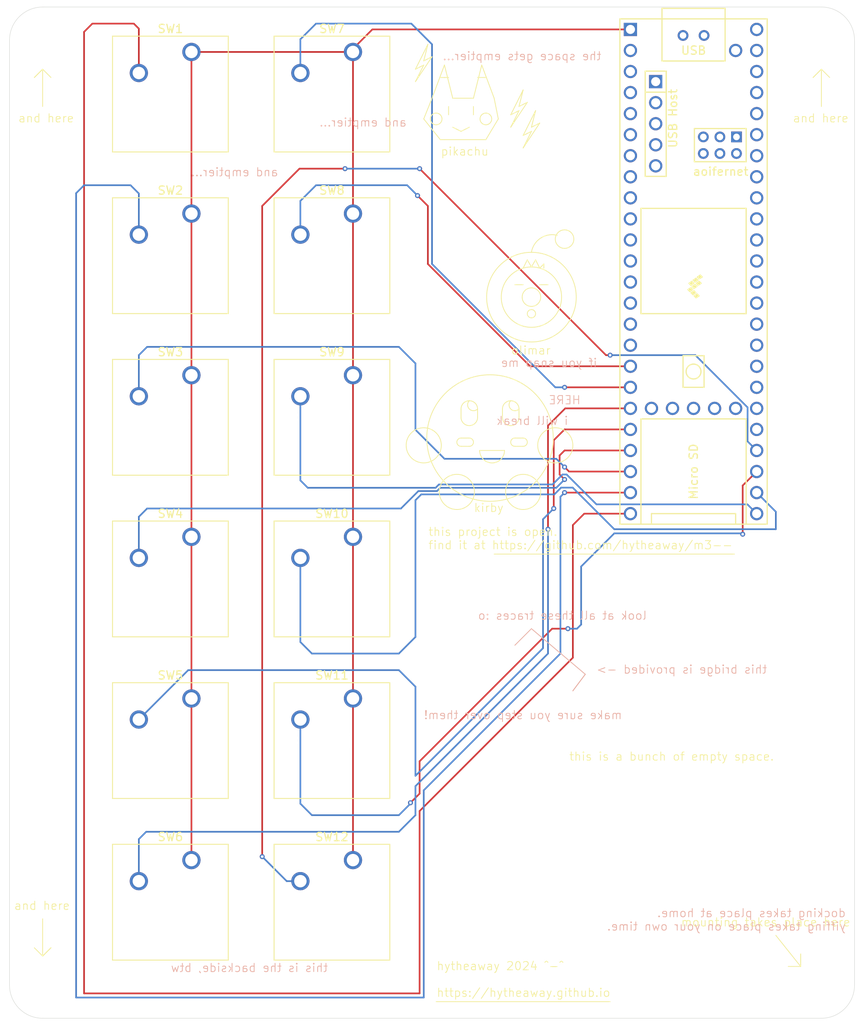
<source format=kicad_pcb>
(kicad_pcb (version 20240108) (generator "pcbnew") (generator_version "8.0")
  (layers (0 "F.Cu" signal) (31 "B.Cu" signal) (34 "B.Paste" user) (35 "F.Paste" user) (36 "B.SilkS" user "B.Silkscreen") (37 "F.SilkS" user "F.Silkscreen") (38 "B.Mask" user) (39 "F.Mask" user) (44 "Edge.Cuts" user))
  (net 0 "")
  (net 1 "MCLK")
  (net 2 "MEMCS")
  (net 3 "VOL_A1")
  (net 4 "SDCS")
  (net 5 "LRCLK")
  (net 6 "MOSI")
  (net 7 "DOUT")
  (net 8 "DIN")
  (net 9 "MISO")
  (net 10 "SCL")
  (net 11 "SCK")
  (net 12 "SDA")
  (net 13 "BCLK")
  (net 14 "GND")
  (net 15 "BUTTON_1")
  (net 16 "BUTTON_2")
  (net 17 "BUTTON_3")
  (net 18 "BUTTON_4")
  (net 19 "BUTTON_5")
  (net 20 "BUTTON_6")
  (net 21 "BUTTON_7")
  (net 22 "BUTTON_8")
  (net 23 "BUTTON_UP")
  (net 24 "BUTTON_DOWN")
  (net 25 "BUTTON_LEFT")
  (net 26 "BUTTON_RIGHT")
  (net 30 "+3.3V")
  (footprint "Button_Switch_Keyboard:SW_Cherry_MX_1.00u_PCB" (layer "F.Cu") (at 129.46 116.92)
    (property "Reference" "SW12" (at -2.54 -2.794 0) (layer "F.SilkS"))
    (property "Value" "SW_Push")
    (pad "" np_thru_hole circle (at -7.62 5.08) (size 1.7 1.7) (drill 1.7) (layers "*.Cu" "*.Mask"))
    (pad "" np_thru_hole circle (at -2.54 5.08) (size 4 4) (drill 4) (layers "*.Cu" "*.Mask"))
    (pad "" np_thru_hole circle (at 2.54 5.08) (size 1.7 1.7) (drill 1.7) (layers "*.Cu" "*.Mask"))
    (pad "1" thru_hole circle (at 0 0) (size 2.2 2.2) (drill 1.5) (layers "*.Cu" "*.Mask") (net 14 "GND"))
    (pad "2" thru_hole circle (at -6.35 2.54) (size 2.2 2.2) (drill 1.5) (layers "*.Cu" "*.Mask") (net 26 "BUTTON_RIGHT"))
  )
  (footprint "Button_Switch_Keyboard:SW_Cherry_MX_1.00u_PCB" (layer "F.Cu") (at 129.46 77.92)
    (property "Reference" "SW10" (at -2.54 -2.794 0) (layer "F.SilkS"))
    (property "Value" "SW_Push")
    (pad "" np_thru_hole circle (at -7.62 5.08) (size 1.7 1.7) (drill 1.7) (layers "*.Cu" "*.Mask"))
    (pad "" np_thru_hole circle (at -2.54 5.08) (size 4 4) (drill 4) (layers "*.Cu" "*.Mask"))
    (pad "" np_thru_hole circle (at 2.54 5.08) (size 1.7 1.7) (drill 1.7) (layers "*.Cu" "*.Mask"))
    (pad "1" thru_hole circle (at 0 0) (size 2.2 2.2) (drill 1.5) (layers "*.Cu" "*.Mask") (net 14 "GND"))
    (pad "2" thru_hole circle (at -6.35 2.54) (size 2.2 2.2) (drill 1.5) (layers "*.Cu" "*.Mask") (net 24 "BUTTON_DOWN"))
  )
  (footprint "Button_Switch_Keyboard:SW_Cherry_MX_1.00u_PCB" (layer "F.Cu") (at 129.46 58.42)
    (property "Reference" "SW9" (at -2.54 -2.794 0) (layer "F.SilkS"))
    (property "Value" "SW_Push")
    (pad "" np_thru_hole circle (at -7.62 5.08) (size 1.7 1.7) (drill 1.7) (layers "*.Cu" "*.Mask"))
    (pad "" np_thru_hole circle (at -2.54 5.08) (size 4 4) (drill 4) (layers "*.Cu" "*.Mask"))
    (pad "" np_thru_hole circle (at 2.54 5.08) (size 1.7 1.7) (drill 1.7) (layers "*.Cu" "*.Mask"))
    (pad "1" thru_hole circle (at 0 0) (size 2.2 2.2) (drill 1.5) (layers "*.Cu" "*.Mask") (net 14 "GND"))
    (pad "2" thru_hole circle (at -6.35 2.54) (size 2.2 2.2) (drill 1.5) (layers "*.Cu" "*.Mask") (net 23 "BUTTON_UP"))
  )
  (footprint "Button_Switch_Keyboard:SW_Cherry_MX_1.00u_PCB" (layer "F.Cu") (at 109.96 38.92)
    (property "Reference" "SW2" (at -2.54 -2.794 0) (layer "F.SilkS"))
    (property "Value" "SW_Push")
    (pad "" np_thru_hole circle (at -7.62 5.08) (size 1.7 1.7) (drill 1.7) (layers "*.Cu" "*.Mask"))
    (pad "" np_thru_hole circle (at -2.54 5.08) (size 4 4) (drill 4) (layers "*.Cu" "*.Mask"))
    (pad "" np_thru_hole circle (at 2.54 5.08) (size 1.7 1.7) (drill 1.7) (layers "*.Cu" "*.Mask"))
    (pad "1" thru_hole circle (at 0 0) (size 2.2 2.2) (drill 1.5) (layers "*.Cu" "*.Mask") (net 14 "GND"))
    (pad "2" thru_hole circle (at -6.35 2.54) (size 2.2 2.2) (drill 1.5) (layers "*.Cu" "*.Mask") (net 16 "BUTTON_2"))
  )
  (footprint "MountingHole:MountingHole_2.7mm" (layer "F.Cu") (at 92 18)
    (property "Reference" "H1" (hide yes))
    (property "Value" "MountingHole")
    (pad "" np_thru_hole circle (at 0 0) (size 2.7 2.7) (drill 2.7) (layers "*.Cu" "*.Mask"))
  )
  (footprint "MountingHole:MountingHole_2.7mm" (layer "F.Cu") (at 186 18)
    (property "Reference" "H4" (hide yes))
    (property "Value" "MountingHole")
    (pad "" np_thru_hole circle (at 0 0) (size 2.7 2.7) (drill 2.7) (layers "*.Cu" "*.Mask"))
  )
  (footprint "Button_Switch_Keyboard:SW_Cherry_MX_1.00u_PCB" (layer "F.Cu") (at 109.96 116.92)
    (property "Reference" "SW6" (at -2.54 -2.794 0) (layer "F.SilkS"))
    (property "Value" "SW_Push")
    (pad "" np_thru_hole circle (at -7.62 5.08) (size 1.7 1.7) (drill 1.7) (layers "*.Cu" "*.Mask"))
    (pad "" np_thru_hole circle (at -2.54 5.08) (size 4 4) (drill 4) (layers "*.Cu" "*.Mask"))
    (pad "" np_thru_hole circle (at 2.54 5.08) (size 1.7 1.7) (drill 1.7) (layers "*.Cu" "*.Mask"))
    (pad "1" thru_hole circle (at 0 0) (size 2.2 2.2) (drill 1.5) (layers "*.Cu" "*.Mask") (net 14 "GND"))
    (pad "2" thru_hole circle (at -6.35 2.54) (size 2.2 2.2) (drill 1.5) (layers "*.Cu" "*.Mask") (net 20 "BUTTON_6"))
  )
  (footprint "MountingHole:MountingHole_2.7mm" (layer "F.Cu") (at 186 132.171573)
    (property "Reference" "H3" (hide yes))
    (property "Value" "MountingHole")
    (pad "" np_thru_hole circle (at 0 0) (size 2.7 2.7) (drill 2.7) (layers "*.Cu" "*.Mask"))
  )
  (footprint "teensy.pretty-master:Teensy41" (layer "F.Cu") (at 170.5692 45.9108 -90)
    (property "Reference" "U1" (hide yes))
    (property "Value" "Teensy4.1")
    (fp_text user "USB Host" (at -18.4658 2.4892 90) (layer "F.SilkS"))
    (fp_text user "aoifernet" (at -12.065 -3.2766 0) (layer "F.SilkS"))
    (fp_text user "Micro SD" (at 24.13 0 90) (layer "F.SilkS"))
    (fp_text user "USB" (at -26.67 0 0) (layer "F.SilkS"))
    (pad "1" thru_hole rect (at -29.21 7.62 270) (size 1.6 1.6) (drill 1.1) (layers "*.Cu" "*.Mask") (net 14 "GND"))
    (pad "2" thru_hole circle (at -26.67 7.62 270) (size 1.6 1.6) (drill 1.1) (layers "*.Cu" "*.Mask"))
    (pad "3" thru_hole circle (at -24.13 7.62 270) (size 1.6 1.6) (drill 1.1) (layers "*.Cu" "*.Mask"))
    (pad "4" thru_hole circle (at -21.59 7.62 270) (size 1.6 1.6) (drill 1.1) (layers "*.Cu" "*.Mask"))
    (pad "5" thru_hole circle (at -19.05 7.62 270) (size 1.6 1.6) (drill 1.1) (layers "*.Cu" "*.Mask"))
    (pad "6" thru_hole circle (at -16.51 7.62 270) (size 1.6 1.6) (drill 1.1) (layers "*.Cu" "*.Mask"))
    (pad "7" thru_hole circle (at -13.97 7.62 270) (size 1.6 1.6) (drill 1.1) (layers "*.Cu" "*.Mask"))
    (pad "8" thru_hole circle (at -11.43 7.62 270) (size 1.6 1.6) (drill 1.1) (layers "*.Cu" "*.Mask") (net 2 "MEMCS"))
    (pad "9" thru_hole circle (at -8.89 7.62 270) (size 1.6 1.6) (drill 1.1) (layers "*.Cu" "*.Mask") (net 8 "DIN"))
    (pad "10" thru_hole circle (at -6.35 7.62 270) (size 1.6 1.6) (drill 1.1) (layers "*.Cu" "*.Mask") (net 7 "DOUT"))
    (pad "11" thru_hole circle (at -3.81 7.62 270) (size 1.6 1.6) (drill 1.1) (layers "*.Cu" "*.Mask"))
    (pad "12" thru_hole circle (at -1.27 7.62 270) (size 1.6 1.6) (drill 1.1) (layers "*.Cu" "*.Mask") (net 4 "SDCS"))
    (pad "13" thru_hole circle (at 1.27 7.62 270) (size 1.6 1.6) (drill 1.1) (layers "*.Cu" "*.Mask") (net 6 "MOSI"))
    (pad "14" thru_hole circle (at 3.81 7.62 270) (size 1.6 1.6) (drill 1.1) (layers "*.Cu" "*.Mask") (net 9 "MISO"))
    (pad "15" thru_hole circle (at 6.35 7.62 270) (size 1.6 1.6) (drill 1.1) (layers "*.Cu" "*.Mask"))
    (pad "16" thru_hole circle (at 8.89 7.62 270) (size 1.6 1.6) (drill 1.1) (layers "*.Cu" "*.Mask"))
    (pad "17" thru_hole circle (at 11.43 7.62 270) (size 1.6 1.6) (drill 1.1) (layers "*.Cu" "*.Mask") (net 22 "BUTTON_8"))
    (pad "18" thru_hole circle (at 13.97 7.62 270) (size 1.6 1.6) (drill 1.1) (layers "*.Cu" "*.Mask") (net 21 "BUTTON_7"))
    (pad "19" thru_hole circle (at 16.51 7.62 270) (size 1.6 1.6) (drill 1.1) (layers "*.Cu" "*.Mask") (net 20 "BUTTON_6"))
    (pad "20" thru_hole circle (at 19.05 7.62 270) (size 1.6 1.6) (drill 1.1) (layers "*.Cu" "*.Mask") (net 19 "BUTTON_5"))
    (pad "21" thru_hole circle (at 21.59 7.62 270) (size 1.6 1.6) (drill 1.1) (layers "*.Cu" "*.Mask") (net 18 "BUTTON_4"))
    (pad "22" thru_hole circle (at 24.13 7.62 270) (size 1.6 1.6) (drill 1.1) (layers "*.Cu" "*.Mask") (net 17 "BUTTON_3"))
    (pad "23" thru_hole circle (at 26.67 7.62 270) (size 1.6 1.6) (drill 1.1) (layers "*.Cu" "*.Mask") (net 16 "BUTTON_2"))
    (pad "24" thru_hole circle (at 29.21 7.62 270) (size 1.6 1.6) (drill 1.1) (layers "*.Cu" "*.Mask") (net 15 "BUTTON_1"))
    (pad "25" thru_hole circle (at 29.21 -7.62 270) (size 1.6 1.6) (drill 1.1) (layers "*.Cu" "*.Mask") (net 23 "BUTTON_UP"))
    (pad "26" thru_hole circle (at 26.67 -7.62 270) (size 1.6 1.6) (drill 1.1) (layers "*.Cu" "*.Mask") (net 24 "BUTTON_DOWN"))
    (pad "27" thru_hole circle (at 24.13 -7.62 270) (size 1.6 1.6) (drill 1.1) (layers "*.Cu" "*.Mask") (net 25 "BUTTON_LEFT"))
    (pad "28" thru_hole circle (at 21.59 -7.62 270) (size 1.6 1.6) (drill 1.1) (layers "*.Cu" "*.Mask") (net 26 "BUTTON_RIGHT"))
    (pad "29" thru_hole circle (at 19.05 -7.62 270) (size 1.6 1.6) (drill 1.1) (layers "*.Cu" "*.Mask"))
    (pad "30" thru_hole circle (at 16.51 -7.62 270) (size 1.6 1.6) (drill 1.1) (layers "*.Cu" "*.Mask"))
    (pad "31" thru_hole circle (at 13.97 -7.62 270) (size 1.6 1.6) (drill 1.1) (layers "*.Cu" "*.Mask"))
    (pad "32" thru_hole circle (at 11.43 -7.62 270) (size 1.6 1.6) (drill 1.1) (layers "*.Cu" "*.Mask"))
    (pad "33" thru_hole circle (at 8.89 -7.62 270) (size 1.6 1.6) (drill 1.1) (layers "*.Cu" "*.Mask"))
    (pad "34" thru_hole circle (at 6.35 -7.62 270) (size 1.6 1.6) (drill 1.1) (layers "*.Cu" "*.Mask"))
    (pad "35" thru_hole circle (at 3.81 -7.62 270) (size 1.6 1.6) (drill 1.1) (layers "*.Cu" "*.Mask") (net 11 "SCK"))
    (pad "36" thru_hole circle (at 1.27 -7.62 270) (size 1.6 1.6) (drill 1.1) (layers "*.Cu" "*.Mask"))
    (pad "37" thru_hole circle (at -1.27 -7.62 270) (size 1.6 1.6) (drill 1.1) (layers "*.Cu" "*.Mask") (net 3 "VOL_A1"))
    (pad "38" thru_hole circle (at -3.81 -7.62 270) (size 1.6 1.6) (drill 1.1) (layers "*.Cu" "*.Mask"))
    (pad "39" thru_hole circle (at -6.35 -7.62 270) (size 1.6 1.6) (drill 1.1) (layers "*.Cu" "*.Mask"))
    (pad "40" thru_hole circle (at -8.89 -7.62 270) (size 1.6 1.6) (drill 1.1) (layers "*.Cu" "*.Mask") (net 12 "SDA"))
    (pad "41" thru_hole circle (at -11.43 -7.62 270) (size 1.6 1.6) (drill 1.1) (layers "*.Cu" "*.Mask") (net 10 "SCL"))
    (pad "42" thru_hole circle (at -13.97 -7.62 270) (size 1.6 1.6) (drill 1.1) (layers "*.Cu" "*.Mask") (net 5 "LRCLK"))
    (pad "43" thru_hole circle (at -16.51 -7.62 270) (size 1.6 1.6) (drill 1.1) (layers "*.Cu" "*.Mask") (net 13 "BCLK"))
    (pad "44" thru_hole circle (at -19.05 -7.62 270) (size 1.6 1.6) (drill 1.1) (layers "*.Cu" "*.Mask"))
    (pad "45" thru_hole circle (at -21.59 -7.62 270) (size 1.6 1.6) (drill 1.1) (layers "*.Cu" "*.Mask") (net 1 "MCLK"))
    (pad "46" thru_hole circle (at -24.13 -7.62 270) (size 1.6 1.6) (drill 1.1) (layers "*.Cu" "*.Mask") (net 30 "+3.3V"))
    (pad "47" thru_hole circle (at -26.67 -7.62 270) (size 1.6 1.6) (drill 1.1) (layers "*.Cu" "*.Mask") (net 14 "GND"))
    (pad "48" thru_hole circle (at -29.21 -7.62 270) (size 1.6 1.6) (drill 1.1) (layers "*.Cu" "*.Mask"))
    (pad "49" thru_hole circle (at -26.67 -5.08 270) (size 1.6 1.6) (drill 1.1) (layers "*.Cu" "*.Mask"))
    (pad "50" thru_hole circle (at 16.51 5.08 270) (size 1.6 1.6) (drill 1.1) (layers "*.Cu" "*.Mask"))
    (pad "51" thru_hole circle (at 16.51 2.54 270) (size 1.6 1.6) (drill 1.1) (layers "*.Cu" "*.Mask"))
    (pad "52" thru_hole circle (at 16.51 0 270) (size 1.6 1.6) (drill 1.1) (layers "*.Cu" "*.Mask"))
    (pad "53" thru_hole circle (at 16.51 -2.54 270) (size 1.6 1.6) (drill 1.1) (layers "*.Cu" "*.Mask"))
    (pad "54" thru_hole circle (at 16.51 -5.08 270) (size 1.6 1.6) (drill 1.1) (layers "*.Cu" "*.Mask"))
    (pad "55" thru_hole rect (at -22.9108 4.5692 270) (size 1.6 1.6) (drill 1.1) (layers "*.Cu" "*.Mask"))
    (pad "56" thru_hole circle (at -20.3708 4.5692 270) (size 1.6 1.6) (drill 1.1) (layers "*.Cu" "*.Mask"))
    (pad "57" thru_hole circle (at -17.8308 4.5692 270) (size 1.6 1.6) (drill 1.1) (layers "*.Cu" "*.Mask"))
    (pad "58" thru_hole circle (at -15.2908 4.5692 270) (size 1.6 1.6) (drill 1.1) (layers "*.Cu" "*.Mask"))
    (pad "59" thru_hole circle (at -12.7508 4.5692 270) (size 1.6 1.6) (drill 1.1) (layers "*.Cu" "*.Mask"))
    (pad "60" thru_hole rect (at -16.24 -5.1816 270) (size 1.3 1.3) (drill 0.8) (layers "*.Cu" "*.Mask"))
    (pad "61" thru_hole circle (at -16.24 -3.1816 270) (size 1.3 1.3) (drill 0.8) (layers "*.Cu" "*.Mask"))
    (pad "62" thru_hole circle (at -16.24 -1.1816 270) (size 1.3 1.3) (drill 0.8) (layers "*.Cu" "*.Mask"))
    (pad "63" thru_hole circle (at -14.24 -1.1816 270) (size 1.3 1.3) (drill 0.8) (layers "*.Cu" "*.Mask"))
    (pad "64" thru_hole circle (at -14.24 -3.1816 270) (size 1.3 1.3) (drill 0.8) (layers "*.Cu" "*.Mask"))
    (pad "65" thru_hole circle (at -14.24 -5.1816 270) (size 1.3 1.3) (drill 0.8) (layers "*.Cu" "*.Mask"))
    (pad "66" thru_hole circle (at -28.48 -1.27 270) (size 1.3 1.3) (drill 0.8) (layers "*.Cu" "*.Mask"))
    (pad "67" thru_hole circle (at -28.48 1.27 270) (size 1.3 1.3) (drill 0.8) (layers "*.Cu" "*.Mask"))
  )
  (footprint "Button_Switch_Keyboard:SW_Cherry_MX_1.00u_PCB" (layer "F.Cu") (at 109.96 97.42)
    (property "Reference" "SW5" (at -2.54 -2.794 0) (layer "F.SilkS"))
    (property "Value" "SW_Push")
    (pad "" np_thru_hole circle (at -7.62 5.08) (size 1.7 1.7) (drill 1.7) (layers "*.Cu" "*.Mask"))
    (pad "" np_thru_hole circle (at -2.54 5.08) (size 4 4) (drill 4) (layers "*.Cu" "*.Mask"))
    (pad "" np_thru_hole circle (at 2.54 5.08) (size 1.7 1.7) (drill 1.7) (layers "*.Cu" "*.Mask"))
    (pad "1" thru_hole circle (at 0 0) (size 2.2 2.2) (drill 1.5) (layers "*.Cu" "*.Mask") (net 14 "GND"))
    (pad "2" thru_hole circle (at -6.35 2.54) (size 2.2 2.2) (drill 1.5) (layers "*.Cu" "*.Mask") (net 19 "BUTTON_5"))
  )
  (footprint "Button_Switch_Keyboard:SW_Cherry_MX_1.00u_PCB" (layer "F.Cu") (at 109.96 19.42)
    (property "Reference" "SW1" (at -2.54 -2.794 0) (layer "F.SilkS"))
    (property "Value" "SW_Push")
    (pad "" np_thru_hole circle (at -7.62 5.08) (size 1.7 1.7) (drill 1.7) (layers "*.Cu" "*.Mask"))
    (pad "" np_thru_hole circle (at -2.54 5.08) (size 4 4) (drill 4) (layers "*.Cu" "*.Mask"))
    (pad "" np_thru_hole circle (at 2.54 5.08) (size 1.7 1.7) (drill 1.7) (layers "*.Cu" "*.Mask"))
    (pad "1" thru_hole circle (at 0 0) (size 2.2 2.2) (drill 1.5) (layers "*.Cu" "*.Mask") (net 14 "GND"))
    (pad "2" thru_hole circle (at -6.35 2.54) (size 2.2 2.2) (drill 1.5) (layers "*.Cu" "*.Mask") (net 15 "BUTTON_1"))
  )
  (footprint "Button_Switch_Keyboard:SW_Cherry_MX_1.00u_PCB" (layer "F.Cu") (at 109.96 77.92)
    (property "Reference" "SW4" (at -2.54 -2.794 0) (layer "F.SilkS"))
    (property "Value" "SW_Push")
    (pad "" np_thru_hole circle (at -7.62 5.08) (size 1.7 1.7) (drill 1.7) (layers "*.Cu" "*.Mask"))
    (pad "" np_thru_hole circle (at -2.54 5.08) (size 4 4) (drill 4) (layers "*.Cu" "*.Mask"))
    (pad "" np_thru_hole circle (at 2.54 5.08) (size 1.7 1.7) (drill 1.7) (layers "*.Cu" "*.Mask"))
    (pad "1" thru_hole circle (at 0 0) (size 2.2 2.2) (drill 1.5) (layers "*.Cu" "*.Mask") (net 14 "GND"))
    (pad "2" thru_hole circle (at -6.35 2.54) (size 2.2 2.2) (drill 1.5) (layers "*.Cu" "*.Mask") (net 18 "BUTTON_4"))
  )
  (footprint "Button_Switch_Keyboard:SW_Cherry_MX_1.00u_PCB" (layer "F.Cu") (at 129.46 38.92)
    (property "Reference" "SW8" (at -2.54 -2.794 0) (layer "F.SilkS"))
    (property "Value" "SW_Push")
    (pad "" np_thru_hole circle (at -7.62 5.08) (size 1.7 1.7) (drill 1.7) (layers "*.Cu" "*.Mask"))
    (pad "" np_thru_hole circle (at -2.54 5.08) (size 4 4) (drill 4) (layers "*.Cu" "*.Mask"))
    (pad "" np_thru_hole circle (at 2.54 5.08) (size 1.7 1.7) (drill 1.7) (layers "*.Cu" "*.Mask"))
    (pad "1" thru_hole circle (at 0 0) (size 2.2 2.2) (drill 1.5) (layers "*.Cu" "*.Mask") (net 14 "GND"))
    (pad "2" thru_hole circle (at -6.35 2.54) (size 2.2 2.2) (drill 1.5) (layers "*.Cu" "*.Mask") (net 22 "BUTTON_8"))
  )
  (footprint "Button_Switch_Keyboard:SW_Cherry_MX_1.00u_PCB" (layer "F.Cu") (at 129.46 19.42)
    (property "Reference" "SW7" (at -2.54 -2.794 0) (layer "F.SilkS"))
    (property "Value" "SW_Push")
    (pad "" np_thru_hole circle (at -7.62 5.08) (size 1.7 1.7) (drill 1.7) (layers "*.Cu" "*.Mask"))
    (pad "" np_thru_hole circle (at -2.54 5.08) (size 4 4) (drill 4) (layers "*.Cu" "*.Mask"))
    (pad "" np_thru_hole circle (at 2.54 5.08) (size 1.7 1.7) (drill 1.7) (layers "*.Cu" "*.Mask"))
    (pad "1" thru_hole circle (at 0 0) (size 2.2 2.2) (drill 1.5) (layers "*.Cu" "*.Mask") (net 14 "GND"))
    (pad "2" thru_hole circle (at -6.35 2.54) (size 2.2 2.2) (drill 1.5) (layers "*.Cu" "*.Mask") (net 21 "BUTTON_7"))
  )
  (footprint "Button_Switch_Keyboard:SW_Cherry_MX_1.00u_PCB" (layer "F.Cu") (at 109.96 58.42)
    (property "Reference" "SW3" (at -2.54 -2.794 0) (layer "F.SilkS"))
    (property "Value" "SW_Push")
    (pad "" np_thru_hole circle (at -7.62 5.08) (size 1.7 1.7) (drill 1.7) (layers "*.Cu" "*.Mask"))
    (pad "" np_thru_hole circle (at -2.54 5.08) (size 4 4) (drill 4) (layers "*.Cu" "*.Mask"))
    (pad "" np_thru_hole circle (at 2.54 5.08) (size 1.7 1.7) (drill 1.7) (layers "*.Cu" "*.Mask"))
    (pad "1" thru_hole circle (at 0 0) (size 2.2 2.2) (drill 1.5) (layers "*.Cu" "*.Mask") (net 14 "GND"))
    (pad "2" thru_hole circle (at -6.35 2.54) (size 2.2 2.2) (drill 1.5) (layers "*.Cu" "*.Mask") (net 17 "BUTTON_3"))
  )
  (footprint "Button_Switch_Keyboard:SW_Cherry_MX_1.00u_PCB" (layer "F.Cu") (at 129.46 97.42)
    (property "Reference" "SW11" (at -2.54 -2.794 0) (layer "F.SilkS"))
    (property "Value" "SW_Push")
    (pad "" np_thru_hole circle (at -7.62 5.08) (size 1.7 1.7) (drill 1.7) (layers "*.Cu" "*.Mask"))
    (pad "" np_thru_hole circle (at -2.54 5.08) (size 4 4) (drill 4) (layers "*.Cu" "*.Mask"))
    (pad "" np_thru_hole circle (at 2.54 5.08) (size 1.7 1.7) (drill 1.7) (layers "*.Cu" "*.Mask"))
    (pad "1" thru_hole circle (at 0 0) (size 2.2 2.2) (drill 1.5) (layers "*.Cu" "*.Mask") (net 14 "GND"))
    (pad "2" thru_hole circle (at -6.35 2.54) (size 2.2 2.2) (drill 1.5) (layers "*.Cu" "*.Mask") (net 25 "BUTTON_LEFT"))
  )
  (footprint "MountingHole:MountingHole_2.7mm" (layer "F.Cu") (at 92 132)
    (property "Reference" "H2" (hide yes))
    (property "Value" "MountingHole")
    (pad "" np_thru_hole circle (at 0 0) (size 2.7 2.7) (drill 2.7) (layers "*.Cu" "*.Mask"))
  )
  (gr_line (start 151 89) (end 149 91) (stroke (width 0.1)) (layer "B.SilkS"))
  (gr_line (start 157.5 94.5) (end 151 89) (stroke (width 0.1)) (layer "B.SilkS"))
  (gr_line (start 157.5 94.5) (end 156 96.5) (stroke (width 0.1)) (layer "B.SilkS"))
  (gr_line (start 156 96.5) (end 157.5 94.5) (stroke (width 0.1)) (layer "B.SilkS"))
  (gr_line (start 183.5 129.75) (end 182 129.75) (stroke (width 0.1)) (layer "F.SilkS"))
  (gr_line (start 138 21) (end 137 23) (stroke (width 0.1)) (layer "F.SilkS"))
  (gr_circle (center 153.87868 66.87868) (end 152.37868 68.37868) (stroke (width 0.1)) (fill none) (layer "F.SilkS"))
  (gr_line (start 152 45.5) (end 152.5 45) (stroke (width 0.1)) (layer "F.SilkS"))
  (gr_line (start 92 21.5) (end 91 22.5) (stroke (width 0.1)) (layer "F.SilkS"))
  (gr_line (start 146.5 80) (end 175.5 80) (stroke (width 0.1)) (layer "F.SilkS"))
  (gr_line (start 92 21.5) (end 92 26) (stroke (width 0.1)) (layer "F.SilkS"))
  (gr_line (start 147 27.5) (end 145.5 30) (stroke (width 0.1)) (layer "F.SilkS"))
  (gr_line (start 138 19.5) (end 137 21.5) (stroke (width 0.1)) (layer "F.SilkS"))
  (gr_line (start 138 27.5) (end 139 25) (stroke (width 0.1)) (layer "F.SilkS"))
  (gr_circle (center 138 66.87868) (end 136.5 68.37868) (stroke (width 0.1)) (fill none) (layer "F.SilkS"))
  (gr_line (start 149 67) (end 150 67) (stroke (width 0.1)) (layer "F.SilkS"))
  (gr_line (start 186 21.5) (end 185 22.5) (stroke (width 0.1)) (layer "F.SilkS"))
  (gr_line (start 145 21) (end 146.5 25) (stroke (width 0.1)) (layer "F.SilkS"))
  (gr_line (start 142.5 62.5) (end 142.5 63.5) (stroke (width 0.1)) (layer "F.SilkS"))
  (gr_line (start 140.5 21) (end 141.5 25) (stroke (width 0.1)) (layer "F.SilkS"))
  (gr_line (start 151.5 44.5) (end 152 45.5) (stroke (width 0.1)) (layer "F.SilkS"))
  (gr_line (start 150 45.5) (end 150.5 44.5) (stroke (width 0.1)) (layer "F.SilkS"))
  (gr_line (start 149.5 26.5) (end 148.5 28.5) (stroke (width 0.1)) (layer "F.SilkS"))
  (gr_line (start 148.5 27) (end 149.5 26.5) (stroke (width 0.1)) (layer "F.SilkS"))
  (gr_line (start 186 21.5) (end 187 22.5) (stroke (width 0.1)) (layer "F.SilkS"))
  (gr_line (start 149 66) (end 150 66) (stroke (width 0.1)) (layer "F.SilkS"))
  (gr_circle (center 151 51) (end 151.5 51) (stroke (width 0.1)) (fill none) (layer "F.SilkS"))
  (gr_line (start 138 20.5) (end 139 20) (stroke (width 0.1)) (layer "F.SilkS"))
  (gr_line (start 144 25) (end 145 21) (stroke (width 0.1)) (layer "F.SilkS"))
  (gr_line (start 141.5 25) (end 144 25) (stroke (width 0.1)) (layer "F.SilkS"))
  (gr_line (start 139.5 134) (end 160.5 134) (stroke (width 0.1)) (layer "F.SilkS"))
  (gr_line (start 151 45.359946) (end 151.5 44.5) (stroke (width 0.1)) (layer "F.SilkS"))
  (gr_line (start 146.5 25) (end 147 27.5) (stroke (width 0.1)) (layer "F.SilkS"))
  (gr_circle (center 145.5 27.5) (end 146 27) (stroke (width 0.1)) (fill none) (layer "F.SilkS"))
  (gr_line (start 140.5 22.5) (end 141 22.5) (stroke (width 0.1)) (layer "F.SilkS"))
  (gr_circle (center 151 49) (end 154 44.5) (stroke (width 0.1)) (fill none) (layer "F.SilkS"))
  (gr_arc (start 149.499999 62.499999) (mid 148.500001 62.499999) (end 148.500001 61.500001) (stroke (width 0.1)) (layer "F.SilkS"))
  (gr_line (start 91 22.5) (end 92 21.5) (stroke (width 0.1)) (layer "F.SilkS"))
  (gr_arc (start 142.5 62.5) (mid 143.5 61.5) (end 144.5 62.5) (stroke (width 0.1)) (layer "F.SilkS"))
  (gr_line (start 142.5 66) (end 143.5 66) (stroke (width 0.1)) (layer "F.SilkS"))
  (gr_line (start 149.5 62.5) (end 149.5 63.5) (stroke (width 0.1)) (layer "F.SilkS"))
  (gr_line (start 185 22.5) (end 186 21.5) (stroke (width 0.1)) (layer "F.SilkS"))
  (gr_line (start 137 21.5) (end 138 21) (stroke (width 0.1)) (layer "F.SilkS"))
  (gr_line (start 138.5 18.5) (end 138 20.5) (stroke (width 0.1)) (layer "F.SilkS"))
  (gr_line (start 186 21.5) (end 186 26) (stroke (width 0.1)) (layer "F.SilkS"))
  (gr_circle (center 142 72.5) (end 140.5 74) (stroke (width 0.1)) (fill none) (layer "F.SilkS"))
  (gr_line (start 142.5 67) (end 143.5 67) (stroke (width 0.1)) (layer "F.SilkS"))
  (gr_line (start 149 47.5) (end 150 47.5) (stroke (width 0.1)) (layer "F.SilkS"))
  (gr_line (start 140 30) (end 138 27.5) (stroke (width 0.1)) (layer "F.SilkS"))
  (gr_line (start 183.5 129.75) (end 183.5 128.25) (stroke (width 0.1)) (layer "F.SilkS"))
  (gr_line (start 151.5 26.5) (end 151 28.5) (stroke (width 0.1)) (layer "F.SilkS"))
  (gr_line (start 150.5 44.5) (end 151 45.359946) (stroke (width 0.1)) (layer "F.SilkS"))
  (gr_line (start 144 26) (end 144 27) (stroke (width 0.1)) (layer "F.SilkS"))
  (gr_arc (start 147.75 67.5) (mid 146.25 69) (end 144.75 67.5) (stroke (width 0.1)) (layer "F.SilkS"))
  (gr_arc (start 144.499999 62.499999) (mid 143.500001 62.499999) (end 143.500001 61.500001) (stroke (width 0.1)) (layer "F.SilkS"))
  (gr_line (start 92 21.5) (end 93 22.5) (stroke (width 0.1)) (layer "F.SilkS"))
  (gr_line (start 142.5 29) (end 143.5 28.5) (stroke (width 0.1)) (layer "F.SilkS"))
  (gr_circle (center 139.5 27.5) (end 140 27) (stroke (width 0.1)) (fill none) (layer "F.SilkS"))
  (gr_circle (center 150 72.5) (end 148.5 74) (stroke (width 0.1)) (fill none) (layer "F.SilkS"))
  (gr_circle (center 151 49) (end 152 48.5) (stroke (width 0.1)) (fill none) (layer "F.SilkS"))
  (gr_line (start 147.5 62.5) (end 147.5 63.5) (stroke (width 0.1)) (layer "F.SilkS"))
  (gr_arc (start 149 67) (mid 148.5 66.5) (end 149 66) (stroke (width 0.1)) (layer "F.SilkS"))
  (gr_line (start 91 127.5) (end 92 128.5) (stroke (width 0.1)) (layer "F.SilkS"))
  (gr_line (start 149.5 26) (end 150.5 25.5) (stroke (width 0.1)) (layer "F.SilkS"))
  (gr_line (start 151 29) (end 150 31) (stroke (width 0.1)) (layer "F.SilkS"))
  (gr_line (start 151 27.5) (end 150 29.5) (stroke (width 0.1)) (layer "F.SilkS"))
  (gr_line (start 144.5 22.5) (end 145.5 22.5) (stroke (width 0.1)) (layer "F.SilkS"))
  (gr_line (start 139 25) (end 140.5 21) (stroke (width 0.1)) (layer "F.SilkS"))
  (gr_line (start 138 19.5) (end 138.5 18.5) (stroke (width 0.1)) (layer "F.SilkS"))
  (gr_line (start 183.5 128.25) (end 183.5 129.75) (stroke (width 0.1)) (layer "F.SilkS"))
  (gr_circle (center 151 49) (end 154.5 48) (stroke (width 0.1)) (fill none) (layer "F.SilkS"))
  (gr_line (start 152.5 45) (end 152.5 45.5) (stroke (width 0.1)) (layer "F.SilkS"))
  (gr_line (start 180.5 126) (end 183.5 129.75) (stroke (width 0.1)) (layer "F.SilkS"))
  (gr_arc (start 147.5 62.5) (mid 148.5 61.5) (end 149.5 62.5) (stroke (width 0.1)) (layer "F.SilkS"))
  (gr_circle (center 155 42) (end 155.5 41) (stroke (width 0.1)) (fill none) (layer "F.SilkS"))
  (gr_line (start 140.5 30) (end 140 30) (stroke (width 0.1)) (layer "F.SilkS"))
  (gr_line (start 152 47.5) (end 153 47.5) (stroke (width 0.1)) (layer "F.SilkS"))
  (gr_line (start 145.5 30) (end 140.5 30) (stroke (width 0.1)) (layer "F.SilkS"))
  (gr_arc (start 143.5 66) (mid 144 66.5) (end 143.5 67) (stroke (width 0.1)) (layer "F.SilkS"))
  (gr_arc (start 150 66) (mid 150.5 66.5) (end 150 67) (stroke (width 0.1)) (layer "F.SilkS"))
  (gr_line (start 141.5 28.5) (end 142.5 29) (stroke (width 0.1)) (layer "F.SilkS"))
  (gr_line (start 144.75 67.5) (end 147.75 67.5) (stroke (width 0.1)) (layer "F.SilkS"))
  (gr_line (start 149.5 25) (end 150 24) (stroke (width 0.1)) (layer "F.SilkS"))
  (gr_line (start 150 24) (end 149.5 26) (stroke (width 0.1)) (layer "F.SilkS"))
  (gr_line (start 144.5 62.5) (end 144.5 63.5) (stroke (width 0.1)) (layer "F.SilkS"))
  (gr_line (start 151 27.5) (end 151.5 26.5) (stroke (width 0.1)) (layer "F.SilkS"))
  (gr_line (start 152 28) (end 150 31) (stroke (width 0.1)) (layer "F.SilkS"))
  (gr_arc (start 144.5 63.5) (mid 143.5 64.5) (end 142.5 63.5) (stroke (width 0.1)) (layer "F.SilkS"))
  (gr_line (start 92 124) (end 92 128.5) (stroke (width 0.1)) (layer "F.SilkS"))
  (gr_line (start 150.5 25.5) (end 148.5 28.5) (stroke (width 0.1)) (layer "F.SilkS"))
  (gr_arc (start 151.000001 43.591674) (mid 152.10764 41.883858) (end 154.114373 41.542507) (stroke (width 0.1)) (layer "F.SilkS"))
  (gr_line (start 150 29.5) (end 151 29) (stroke (width 0.1)) (layer "F.SilkS"))
  (gr_line (start 93 127.5) (end 92 128.5) (stroke (width 0.1)) (layer "F.SilkS"))
  (gr_line (start 140 22.5) (end 140.5 22.5) (stroke (width 0.1)) (layer "F.SilkS"))
  (gr_line (start 149.5 25) (end 148.5 27) (stroke (width 0.1)) (layer "F.SilkS"))
  (gr_line (start 141 26) (end 141 27) (stroke (width 0.1)) (layer "F.SilkS"))
  (gr_arc (start 142.5 67) (mid 142 66.5) (end 142.5 66) (stroke (width 0.1)) (layer "F.SilkS"))
  (gr_line (start 92 128.5) (end 93 127.5) (stroke (width 0.1)) (layer "F.SilkS"))
  (gr_line (start 151 28.5) (end 152 28) (stroke (width 0.1)) (layer "F.SilkS"))
  (gr_arc (start 149.5 63.5) (mid 148.5 64.5) (end 147.5 63.5) (stroke (width 0.1)) (layer "F.SilkS"))
  (gr_line (start 139 20) (end 137 23) (stroke (width 0.1)) (layer "F.SilkS"))
  (gr_circle (center 146 66) (end 150 59.5) (stroke (width 0.1)) (fill none) (layer "F.SilkS"))
  (gr_arc (start 92 136) (mid 89.171573 134.828427) (end 88 132) (stroke (width 0.05)) (layer "Edge.Cuts"))
  (gr_arc (start 186 14) (mid 188.828427 15.171573) (end 190 18) (stroke (width 0.05)) (layer "Edge.Cuts"))
  (gr_line (start 186 136) (end 92 136) (stroke (width 0.05)) (layer "Edge.Cuts"))
  (gr_line (start 190 18) (end 190 132) (stroke (width 0.05)) (layer "Edge.Cuts"))
  (gr_line (start 92 14) (end 186 14) (stroke (width 0.05)) (layer "Edge.Cuts"))
  (gr_arc (start 190 132) (mid 188.828427 134.828427) (end 186 136) (stroke (width 0.05)) (layer "Edge.Cuts"))
  (gr_line (start 88 132) (end 88 18) (stroke (width 0.05)) (layer "Edge.Cuts"))
  (gr_arc (start 88 18) (mid 89.171573 15.171573) (end 92 14) (stroke (width 0.05)) (layer "Edge.Cuts"))
  (gr_text "the space gets emptier..." (at 159.5 20.5 0) (layer "B.SilkS") (effects (font (size 1 1) (thickness 0.1)) (justify left bottom mirror)))
  (gr_text "i will break" (at 155.5 64.5 0) (layer "B.SilkS") (effects (font (size 1 1) (thickness 0.1)) (justify left bottom mirror)))
  (gr_text "HERE" (at 157 62 0) (layer "B.SilkS") (effects (font (size 1 1) (thickness 0.1)) (justify left bottom mirror)))
  (gr_text "this is the backside, btw" (at 126.5 130.5 0) (layer "B.SilkS") (effects (font (size 1 1) (thickness 0.1)) (justify left bottom mirror)))
  (gr_text "look at all these traces :o" (at 165 88 0) (layer "B.SilkS") (effects (font (size 1 1) (thickness 0.1)) (justify left bottom mirror)))
  (gr_text "if you snap me" (at 159 57.5 0) (layer "B.SilkS") (effects (font (size 1 1) (thickness 0.1)) (justify left bottom mirror)))
  (gr_text "this bridge is provided ->" (at 179.5 94.5 0) (layer "B.SilkS") (effects (font (size 1 1) (thickness 0.1)) (justify left bottom mirror)))
  (gr_text "and emptier..." (at 120.5 34.5 0) (layer "B.SilkS") (effects (font (size 1 1) (thickness 0.1)) (justify left bottom mirror)))
  (gr_text "docking takes place at home.\nyiffing takes place on your own time." (at 189 125.5 0) (layer "B.SilkS") (effects (font (size 1 1) (thickness 0.1)) (justify left bottom mirror)))
  (gr_text "make sure you step over them!" (at 162 100 0) (layer "B.SilkS") (effects (font (size 1 1) (thickness 0.1)) (justify left bottom mirror)))
  (gr_text "and emptier..." (at 136 28.5 0) (layer "B.SilkS") (effects (font (size 1 1) (thickness 0.1)) (justify left bottom mirror)))
  (gr_text "this project is open.\nfind it at https://github.com/hytheaway/m3--" (at 138.5 79.5 0) (layer "F.SilkS") (effects (font (size 1 1) (thickness 0.1)) (justify left bottom)))
  (gr_text "mounting takes place here" (at 169 125 0) (layer "F.SilkS") (effects (font (size 1 1) (thickness 0.1)) (justify left bottom)))
  (gr_text "kirby" (at 144 75 0) (layer "F.SilkS") (effects (font (size 1 1) (thickness 0.1)) (justify left bottom)))
  (gr_text "olimar" (at 148.5 56 0) (layer "F.SilkS") (effects (font (size 1 1) (thickness 0.1)) (justify left bottom)))
  (gr_text "this is a bunch of empty space." (at 155.5 105 0) (layer "F.SilkS") (effects (font (size 1 1) (thickness 0.1)) (justify left bottom)))
  (gr_text "hytheaway 2024 ^-^\n\nhttps://hytheaway.github.io" (at 139.5 133.5 0) (layer "F.SilkS") (effects (font (size 1 1) (thickness 0.1)) (justify left bottom)))
  (gr_text "and here" (at 182.5 28 0) (layer "F.SilkS") (effects (font (size 1 1) (thickness 0.1)) (justify left bottom)))
  (gr_text "and here" (at 89 28 0) (layer "F.SilkS") (effects (font (size 1 1) (thickness 0.1)) (justify left bottom)))
  (gr_text "and here" (at 88.5 123 0) (layer "F.SilkS") (effects (font (size 1 1) (thickness 0.1)) (justify left bottom)))
  (gr_text "pikachu" (at 140 32 0) (layer "F.SilkS") (effects (font (size 1 1) (thickness 0.1)) (justify left bottom)))
  (segment (start 129.46 77.92) (end 129.46 97.42) (width 0.2) (layer "F.Cu") (net 14))
  (segment (start 109.96 97.42) (end 109.96 116.92) (width 0.2) (layer "F.Cu") (net 14))
  (segment (start 129.46 38.92) (end 129.46 58.42) (width 0.2) (layer "F.Cu") (net 14))
  (segment (start 109.96 19.42) (end 109.96 38.92) (width 0.2) (layer "F.Cu") (net 14))
  (segment (start 131.7992 16.7008) (end 162.9492 16.7008) (width 0.2) (layer "F.Cu") (net 14))
  (segment (start 129.46 19.04) (end 131.7992 16.7008) (width 0.2) (layer "F.Cu") (net 14))
  (segment (start 129.46 19.42) (end 129.46 38.92) (width 0.2) (layer "F.Cu") (net 14))
  (segment (start 129.46 19.42) (end 129.46 19.04) (width 0.2) (layer "F.Cu") (net 14))
  (segment (start 129.46 97.42) (end 129.46 116.92) (width 0.2) (layer "F.Cu") (net 14))
  (segment (start 109.96 38.92) (end 109.96 58.42) (width 0.2) (layer "F.Cu") (net 14))
  (segment (start 109.96 77.92) (end 109.96 97.42) (width 0.2) (layer "F.Cu") (net 14))
  (segment (start 109.96 19.42) (end 129.46 19.42) (width 0.2) (layer "F.Cu") (net 14))
  (segment (start 129.46 58.42) (end 129.46 77.92) (width 0.2) (layer "F.Cu") (net 14))
  (segment (start 109.96 58.42) (end 109.96 77.92) (width 0.2) (layer "F.Cu") (net 14))
  (segment (start 103 16) (end 98 16) (width 0.2) (layer "F.Cu") (net 15))
  (segment (start 137.5 111) (end 156 92.5) (width 0.2) (layer "F.Cu") (net 15))
  (segment (start 157.3792 75.1208) (end 162.9492 75.1208) (width 0.2) (layer "F.Cu") (net 15))
  (segment (start 97 133) (end 137.5 133) (width 0.2) (layer "F.Cu") (net 15))
  (segment (start 156 92.5) (end 156 76.5) (width 0.2) (layer "F.Cu") (net 15))
  (segment (start 98 16) (end 97 17) (width 0.2) (layer "F.Cu") (net 15))
  (segment (start 156 76.5) (end 157.3792 75.1208) (width 0.2) (layer "F.Cu") (net 15))
  (segment (start 103.61 21.96) (end 103.61 16.61) (width 0.2) (layer "F.Cu") (net 15))
  (segment (start 103.61 16.61) (end 103 16) (width 0.2) (layer "F.Cu") (net 15))
  (segment (start 97 17) (end 97 133) (width 0.2) (layer "F.Cu") (net 15))
  (segment (start 137.5 133) (end 137.5 111) (width 0.2) (layer "F.Cu") (net 15))
  (segment (start 155 72.5808) (end 162.9492 72.5808) (width 0.2) (layer "F.Cu") (net 16))
  (via (at 155 72.5808) (size 0.6) (drill 0.3) (layers "F.Cu" "B.Cu") (net 16))
  (segment (start 96.04 133.5) (end 96.04 36.46) (width 0.2) (layer "B.Cu") (net 16))
  (segment (start 155 72.5808) (end 154.5 73.0808) (width 0.2) (layer "B.Cu") (net 16))
  (segment (start 154.5 92) (end 138 108.5) (width 0.2) (layer "B.Cu") (net 16))
  (segment (start 97 35.5) (end 102.61 35.5) (width 0.2) (layer "B.Cu") (net 16))
  (segment (start 96.04 36.46) (end 97 35.5) (width 0.2) (layer "B.Cu") (net 16))
  (segment (start 102.61 35.5) (end 103.61 36.5) (width 0.2) (layer "B.Cu") (net 16))
  (segment (start 154.5 73.0808) (end 154.5 92) (width 0.2) (layer "B.Cu") (net 16))
  (segment (start 138 108.5) (end 138 133.5) (width 0.2) (layer "B.Cu") (net 16))
  (segment (start 138 133.5) (end 96.04 133.5) (width 0.2) (layer "B.Cu") (net 16))
  (segment (start 103.61 36.5) (end 103.61 41.46) (width 0.2) (layer "B.Cu") (net 16))
  (segment (start 155 69.5) (end 155.5408 70.0408) (width 0.2) (layer "F.Cu") (net 17))
  (segment (start 155.5408 70.0408) (end 162.9492 70.0408) (width 0.2) (layer "F.Cu") (net 17))
  (via (at 155 69.5) (size 0.6) (drill 0.3) (layers "F.Cu" "B.Cu") (net 17))
  (segment (start 137 65) (end 137 57) (width 0.2) (layer "B.Cu") (net 17))
  (segment (start 104.61 55) (end 103.61 56) (width 0.2) (layer "B.Cu") (net 17))
  (segment (start 154 68.5) (end 140.5 68.5) (width 0.2) (layer "B.Cu") (net 17))
  (segment (start 103.61 56) (end 103.61 60.96) (width 0.2) (layer "B.Cu") (net 17))
  (segment (start 137 57) (end 135 55) (width 0.2) (layer "B.Cu") (net 17))
  (segment (start 155 69.5) (end 154 68.5) (width 0.2) (layer "B.Cu") (net 17))
  (segment (start 140.5 68.5) (end 137 65) (width 0.2) (layer "B.Cu") (net 17))
  (segment (start 135 55) (end 104.61 55) (width 0.2) (layer "B.Cu") (net 17))
  (segment (start 154.4 68.1008) (end 155 67.5008) (width 0.2) (layer "F.Cu") (net 18))
  (segment (start 155 71) (end 154.4 70.4) (width 0.2) (layer "F.Cu") (net 18))
  (segment (start 154.4 70.4) (end 154.4 68.1008) (width 0.2) (layer "F.Cu") (net 18))
  (segment (start 155 67.5008) (end 162.9492 67.5008) (width 0.2) (layer "F.Cu") (net 18))
  (via (at 155 71) (size 0.6) (drill 0.3) (layers "F.Cu" "B.Cu") (net 18))
  (segment (start 135.25 74.5) (end 104.61 74.5) (width 0.2) (layer "B.Cu") (net 18))
  (segment (start 154 72) (end 140 72) (width 0.2) (layer "B.Cu") (net 18))
  (segment (start 155 71) (end 154 72) (width 0.2) (layer "B.Cu") (net 18))
  (segment (start 103.61 75.5) (end 103.61 80.46) (width 0.2) (layer "B.Cu") (net 18))
  (segment (start 104.61 74.5) (end 103.61 75.5) (width 0.2) (layer "B.Cu") (net 18))
  (segment (start 139.6 72.4) (end 137.35 72.4) (width 0.2) (layer "B.Cu") (net 18))
  (segment (start 140 72) (end 139.6 72.4) (width 0.2) (layer "B.Cu") (net 18))
  (segment (start 137.35 72.4) (end 135.25 74.5) (width 0.2) (layer "B.Cu") (net 18))
  (segment (start 153.692821 74.5) (end 153.692821 66.267979) (width 0.2) (layer "F.Cu") (net 19))
  (segment (start 153.692821 66.267979) (end 155 64.9608) (width 0.2) (layer "F.Cu") (net 19))
  (segment (start 155 64.9608) (end 162.9492 64.9608) (width 0.2) (layer "F.Cu") (net 19))
  (via (at 153.692821 74.5) (size 0.6) (drill 0.3) (layers "F.Cu" "B.Cu") (net 19))
  (segment (start 152.4 75.792821) (end 152.4 91.35) (width 0.2) (layer "B.Cu") (net 19))
  (segment (start 137 96) (end 135 94) (width 0.2) (layer "B.Cu") (net 19))
  (segment (start 109.57 94) (end 103.61 99.96) (width 0.2) (layer "B.Cu") (net 19))
  (segment (start 135 94) (end 109.57 94) (width 0.2) (layer "B.Cu") (net 19))
  (segment (start 152.4 91.35) (end 137 106.75) (width 0.2) (layer "B.Cu") (net 19))
  (segment (start 153.692821 74.5) (end 152.4 75.792821) (width 0.2) (layer "B.Cu") (net 19))
  (segment (start 137 106.75) (end 137 96) (width 0.2) (layer "B.Cu") (net 19))
  (segment (start 153 64.5) (end 155.0792 62.4208) (width 0.2) (layer "F.Cu") (net 20))
  (segment (start 153 77) (end 153 64.5) (width 0.2) (layer "F.Cu") (net 20))
  (segment (start 155.0792 62.4208) (end 162.9492 62.4208) (width 0.2) (layer "F.Cu") (net 20))
  (via (at 153 77) (size 0.6) (drill 0.3) (layers "F.Cu" "B.Cu") (net 20))
  (segment (start 103.61 114.39) (end 103.61 119.46) (width 0.2) (layer "B.Cu") (net 20))
  (segment (start 153 92) (end 137 108) (width 0.2) (layer "B.Cu") (net 20))
  (segment (start 153 77) (end 153 92) (width 0.2) (layer "B.Cu") (net 20))
  (segment (start 135 113.5) (end 104.5 113.5) (width 0.2) (layer "B.Cu") (net 20))
  (segment (start 104.5 113.5) (end 103.61 114.39) (width 0.2) (layer "B.Cu") (net 20))
  (segment (start 137 111.5) (end 135 113.5) (width 0.2) (layer "B.Cu") (net 20))
  (segment (start 137 108) (end 137 111.5) (width 0.2) (layer "B.Cu") (net 20))
  (segment (start 162.9492 59.8808) (end 155 59.8808) (width 0.2) (layer "F.Cu") (net 21))
  (via (at 155 59.8808) (size 0.6) (drill 0.3) (layers "F.Cu" "B.Cu") (net 21))
  (segment (start 136.5 16) (end 125 16) (width 0.2) (layer "B.Cu") (net 21))
  (segment (start 153.8808 59.8808) (end 139 45) (width 0.2) (layer "B.Cu") (net 21))
  (segment (start 139 18.5) (end 136.5 16) (width 0.2) (layer "B.Cu") (net 21))
  (segment (start 125 16) (end 123.11 17.89) (width 0.2) (layer "B.Cu") (net 21))
  (segment (start 139 45) (end 139 18.5) (width 0.2) (layer "B.Cu") (net 21))
  (segment (start 155 59.8808) (end 153.8808 59.8808) (width 0.2) (layer "B.Cu") (net 21))
  (segment (start 123.11 17.89) (end 123.11 21.96) (width 0.2) (layer "B.Cu") (net 21))
  (segment (start 138.5 38) (end 138.5 45) (width 0.2) (layer "F.Cu") (net 22))
  (segment (start 138.5 45) (end 150.8408 57.3408) (width 0.2) (layer "F.Cu") (net 22))
  (segment (start 150.8408 57.3408) (end 162.9492 57.3408) (width 0.2) (layer "F.Cu") (net 22))
  (segment (start 137.25 36.75) (end 138.5 38) (width 0.2) (layer "F.Cu") (net 22))
  (via (at 137.25 36.75) (size 0.6) (drill 0.3) (layers "F.Cu" "B.Cu") (net 22))
  (segment (start 125 35.5) (end 123.11 37.39) (width 0.2) (layer "B.Cu") (net 22))
  (segment (start 137.25 36.75) (end 136 35.5) (width 0.2) (layer "B.Cu") (net 22))
  (segment (start 136 35.5) (end 125 35.5) (width 0.2) (layer "B.Cu") (net 22))
  (segment (start 123.11 37.39) (end 123.11 41.46) (width 0.2) (layer "B.Cu") (net 22))
  (segment (start 139.434314 72) (end 139.834314 71.6) (width 0.2) (layer "B.Cu") (net 23))
  (segment (start 155.248529 70.4) (end 158.848529 74) (width 0.2) (layer "B.Cu") (net 23))
  (segment (start 153.551471 71.6) (end 154.751471 70.4) (width 0.2) (layer "B.Cu") (net 23))
  (segment (start 158.848529 74) (end 177.0684 74) (width 0.2) (layer "B.Cu") (net 23))
  (segment (start 123.11 60.96) (end 123.11 71.11) (width 0.2) (layer "B.Cu") (net 23))
  (segment (start 177.0684 74) (end 178.1892 75.1208) (width 0.2) (layer "B.Cu") (net 23))
  (segment (start 123.11 71.11) (end 124 72) (width 0.2) (layer "B.Cu") (net 23))
  (segment (start 139.834314 71.6) (end 153.551471 71.6) (width 0.2) (layer "B.Cu") (net 23))
  (segment (start 124 72) (end 139.434314 72) (width 0.2) (layer "B.Cu") (net 23))
  (segment (start 154.751471 70.4) (end 155.248529 70.4) (width 0.2) (layer "B.Cu") (net 23))
  (segment (start 180.5 77) (end 180.5 74.8916) (width 0.2) (layer "B.Cu") (net 24))
  (segment (start 180.5 74.8916) (end 178.1892 72.5808) (width 0.2) (layer "B.Cu") (net 24))
  (segment (start 124.5 92) (end 135 92) (width 0.2) (layer "B.Cu") (net 24))
  (segment (start 123.11 90.61) (end 124.5 92) (width 0.2) (layer "B.Cu") (net 24))
  (segment (start 123.11 80.46) (end 123.11 90.61) (width 0.2) (layer "B.Cu") (net 24))
  (segment (start 137 73.5) (end 137.7 72.8) (width 0.2) (layer "B.Cu") (net 24))
  (segment (start 135 92) (end 137 90) (width 0.2) (layer "B.Cu") (net 24))
  (segment (start 161 77) (end 180.5 77) (width 0.2) (layer "B.Cu") (net 24))
  (segment (start 153.765685 72.8) (end 154.584885 71.9808) (width 0.2) (layer "B.Cu") (net 24))
  (segment (start 137 90) (end 137 73.5) (width 0.2) (layer "B.Cu") (net 24))
  (segment (start 155.9808 71.9808) (end 161 77) (width 0.2) (layer "B.Cu") (net 24))
  (segment (start 137.7 72.8) (end 153.765685 72.8) (width 0.2) (layer "B.Cu") (net 24))
  (segment (start 154.584885 71.9808) (end 155.9808 71.9808) (width 0.2) (layer "B.Cu") (net 24))
  (segment (start 176.5 77.6) (end 176.5 71.73) (width 0.2) (layer "F.Cu") (net 25))
  (segment (start 137.5 105) (end 153.5 89) (width 0.2) (layer "F.Cu") (net 25))
  (segment (start 176.5 71.73) (end 178.1892 70.0408) (width 0.2) (layer "F.Cu") (net 25))
  (segment (start 153.5 89) (end 155.4 89) (width 0.2) (layer "F.Cu") (net 25))
  (segment (start 137.5 108.9) (end 137.5 105) (width 0.2) (layer "F.Cu") (net 25))
  (segment (start 136.4 110) (end 137.5 108.9) (width 0.2) (layer "F.Cu") (net 25))
  (via (at 155.4 89) (size 0.6) (drill 0.3) (layers "F.Cu" "B.Cu") (net 25))
  (via (at 136.4 110) (size 0.6) (drill 0.3) (layers "F.Cu" "B.Cu") (net 25))
  (via (at 176.5 77.6) (size 0.6) (drill 0.3) (layers "F.Cu" "B.Cu") (net 25))
  (segment (start 161 77.5) (end 176.4 77.5) (width 0.2) (layer "B.Cu") (net 25))
  (segment (start 135 111.5) (end 136.4 110.1) (width 0.2) (layer "B.Cu") (net 25))
  (segment (start 123.11 99.96) (end 123.11 110.11) (width 0.2) (layer "B.Cu") (net 25))
  (segment (start 124.5 111.5) (end 135 111.5) (width 0.2) (layer "B.Cu") (net 25))
  (segment (start 156.5 89) (end 157 88.5) (width 0.2) (layer "B.Cu") (net 25))
  (segment (start 136.4 110.1) (end 136.4 110) (width 0.2) (layer "B.Cu") (net 25))
  (segment (start 155.4 89) (end 156.5 89) (width 0.2) (layer "B.Cu") (net 25))
  (segment (start 176.4 77.5) (end 176.5 77.6) (width 0.2) (layer "B.Cu") (net 25))
  (segment (start 157 81.5) (end 161 77.5) (width 0.2) (layer "B.Cu") (net 25))
  (segment (start 157 88.5) (end 157 81.5) (width 0.2) (layer "B.Cu") (net 25))
  (segment (start 123.11 110.11) (end 124.5 111.5) (width 0.2) (layer "B.Cu") (net 25))
  (segment (start 118.5 38) (end 123 33.5) (width 0.2) (layer "F.Cu") (net 26))
  (segment (start 118.5 116.5) (end 118.5 38) (width 0.2) (layer "F.Cu") (net 26))
  (segment (start 137.5 33.5) (end 160 56) (width 0.2) (layer "F.Cu") (net 26))
  (segment (start 123 33.5) (end 128.5 33.5) (width 0.2) (layer "F.Cu") (net 26))
  (segment (start 160 56) (end 160.5 56) (width 0.2) (layer "F.Cu") (net 26))
  (via (at 128.5 33.5) (size 0.6) (drill 0.3) (layers "F.Cu" "B.Cu") (net 26))
  (via (at 160.5 56) (size 0.6) (drill 0.3) (layers "F.Cu" "B.Cu") (net 26))
  (via (at 137.5 33.5) (size 0.6) (drill 0.3) (layers "F.Cu" "B.Cu") (net 26))
  (via (at 118.5 116.5) (size 0.6) (drill 0.3) (layers "F.Cu" "B.Cu") (net 26))
  (segment (start 128.5 33.5) (end 137.5 33.5) (width 0.2) (layer "B.Cu") (net 26))
  (segment (start 160.5 56) (end 170.784035 56) (width 0.2) (layer "B.Cu") (net 26))
  (segment (start 177.0892 66.4008) (end 178.1892 67.5008) (width 0.2) (layer "B.Cu") (net 26))
  (segment (start 170.784035 56) (end 177.0892 62.305165) (width 0.2) (layer "B.Cu") (net 26))
  (segment (start 177.0892 62.305165) (end 177.0892 66.4008) (width 0.2) (layer "B.Cu") (net 26))
  (segment (start 121.46 119.46) (end 118.5 116.5) (width 0.2) (layer "B.Cu") (net 26))
  (segment (start 123.11 119.46) (end 121.46 119.46) (width 0.2) (layer "B.Cu") (net 26))
)
</source>
